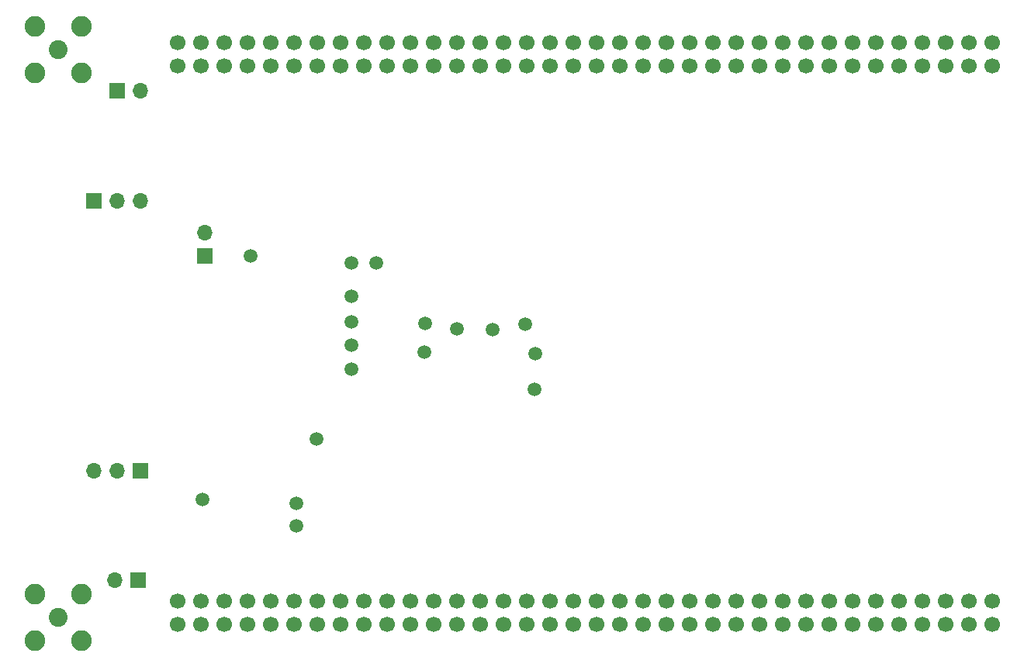
<source format=gbs>
G04 #@! TF.GenerationSoftware,KiCad,Pcbnew,6.0.6-3a73a75311~116~ubuntu20.04.1*
G04 #@! TF.CreationDate,2022-07-28T18:37:22+02:00*
G04 #@! TF.ProjectId,H7DDCADC,48374444-4341-4444-932e-6b696361645f,initial*
G04 #@! TF.SameCoordinates,Original*
G04 #@! TF.FileFunction,Soldermask,Bot*
G04 #@! TF.FilePolarity,Negative*
%FSLAX46Y46*%
G04 Gerber Fmt 4.6, Leading zero omitted, Abs format (unit mm)*
G04 Created by KiCad (PCBNEW 6.0.6-3a73a75311~116~ubuntu20.04.1) date 2022-07-28 18:37:22*
%MOMM*%
%LPD*%
G01*
G04 APERTURE LIST*
%ADD10C,1.500000*%
%ADD11R,1.700000X1.700000*%
%ADD12O,1.700000X1.700000*%
%ADD13C,1.700000*%
%ADD14C,2.050000*%
%ADD15C,2.250000*%
G04 APERTURE END LIST*
D10*
X117500000Y-110500000D03*
X119700000Y-101000000D03*
D11*
X107500000Y-81000000D03*
D12*
X107500000Y-78460000D03*
D10*
X123500000Y-81800000D03*
X131500000Y-91500000D03*
X123500000Y-93400000D03*
X131600000Y-88400000D03*
X135000000Y-89000000D03*
D13*
X193430000Y-57750000D03*
X193430000Y-60290000D03*
X190890000Y-57750000D03*
X190890000Y-60290000D03*
X188350000Y-57750000D03*
X188350000Y-60290000D03*
X185810000Y-57750000D03*
X185810000Y-60290000D03*
X183270000Y-57750000D03*
X183270000Y-60290000D03*
X180730000Y-57750000D03*
X180730000Y-60290000D03*
X178190000Y-57750000D03*
X178190000Y-60290000D03*
X175650000Y-57750000D03*
X175650000Y-60290000D03*
X173110000Y-57750000D03*
X173110000Y-60290000D03*
X170570000Y-57750000D03*
X170570000Y-60290000D03*
X168030000Y-57750000D03*
X168030000Y-60290000D03*
X165490000Y-57750000D03*
X165490000Y-60290000D03*
X162950000Y-57750000D03*
X162950000Y-60290000D03*
X160410000Y-57750000D03*
X160410000Y-60290000D03*
X157870000Y-57750000D03*
X157870000Y-60290000D03*
X155330000Y-57750000D03*
X155330000Y-60290000D03*
X152790000Y-57750000D03*
X152790000Y-60290000D03*
X150250000Y-57750000D03*
X150250000Y-60290000D03*
X147710000Y-57750000D03*
X147710000Y-60290000D03*
X145170000Y-57750000D03*
X145170000Y-60290000D03*
X142630000Y-57750000D03*
X142630000Y-60290000D03*
X140090000Y-57750000D03*
X140090000Y-60290000D03*
X137550000Y-57750000D03*
X137550000Y-60290000D03*
X135010000Y-57750000D03*
X135010000Y-60290000D03*
X132470000Y-57750000D03*
X132470000Y-60290000D03*
X129930000Y-57750000D03*
X129930000Y-60290000D03*
X127390000Y-57750000D03*
X127390000Y-60290000D03*
X124850000Y-57750000D03*
X124850000Y-60290000D03*
X122310000Y-57750000D03*
X122310000Y-60290000D03*
X119770000Y-57750000D03*
X119770000Y-60290000D03*
X117230000Y-57750000D03*
X117230000Y-60290000D03*
X114690000Y-57750000D03*
X114690000Y-60290000D03*
X112150000Y-57750000D03*
X112150000Y-60290000D03*
X109610000Y-57750000D03*
X109610000Y-60290000D03*
X107070000Y-57750000D03*
X107070000Y-60290000D03*
X104530000Y-57750000D03*
X104530000Y-60290000D03*
X193430000Y-118710000D03*
X193430000Y-121250000D03*
X190890000Y-118710000D03*
X190890000Y-121250000D03*
X188350000Y-118710000D03*
X188350000Y-121250000D03*
X185810000Y-118710000D03*
X185810000Y-121250000D03*
X183270000Y-118710000D03*
X183270000Y-121250000D03*
X180730000Y-118710000D03*
X180730000Y-121250000D03*
X178190000Y-118710000D03*
X178190000Y-121250000D03*
X175650000Y-118710000D03*
X175650000Y-121250000D03*
X173110000Y-118710000D03*
X173110000Y-121250000D03*
X170570000Y-118710000D03*
X170570000Y-121250000D03*
X168030000Y-118710000D03*
X168030000Y-121250000D03*
X165490000Y-118710000D03*
X165490000Y-121250000D03*
X162950000Y-118710000D03*
X162950000Y-121250000D03*
X160410000Y-118710000D03*
X160410000Y-121250000D03*
X157870000Y-118710000D03*
X157870000Y-121250000D03*
X155330000Y-118710000D03*
X155330000Y-121250000D03*
X152790000Y-118710000D03*
X152790000Y-121250000D03*
X150250000Y-118710000D03*
X150250000Y-121250000D03*
X147710000Y-118710000D03*
X147710000Y-121250000D03*
X145170000Y-118710000D03*
X145170000Y-121250000D03*
X142630000Y-118710000D03*
X142630000Y-121250000D03*
X140090000Y-118710000D03*
X140090000Y-121250000D03*
X137550000Y-118710000D03*
X137550000Y-121250000D03*
X135010000Y-118710000D03*
X135010000Y-121250000D03*
X132470000Y-118710000D03*
X132470000Y-121250000D03*
X129930000Y-118710000D03*
X129930000Y-121250000D03*
X127390000Y-118710000D03*
X127390000Y-121250000D03*
X124850000Y-118710000D03*
X124850000Y-121250000D03*
X122310000Y-118710000D03*
X122310000Y-121250000D03*
X119770000Y-118710000D03*
X119770000Y-121250000D03*
X117230000Y-118710000D03*
X117230000Y-121250000D03*
X114690000Y-118710000D03*
X114690000Y-121250000D03*
X112150000Y-118710000D03*
X112150000Y-121250000D03*
X109610000Y-118710000D03*
X109610000Y-121250000D03*
X107070000Y-118710000D03*
X107070000Y-121250000D03*
X104530000Y-118710000D03*
X104530000Y-121250000D03*
D10*
X123500000Y-85400000D03*
D11*
X97925000Y-63000000D03*
D12*
X100465000Y-63000000D03*
D11*
X100275000Y-116420000D03*
D12*
X97735000Y-116420000D03*
D10*
X138900000Y-89100000D03*
X123500000Y-88200000D03*
X112500000Y-81000000D03*
X142500000Y-88500000D03*
X143500000Y-95600000D03*
X123500000Y-90800000D03*
X107300000Y-107600000D03*
D14*
X91500000Y-120500000D03*
D15*
X94040000Y-117960000D03*
X88960000Y-117960000D03*
X94040000Y-123040000D03*
X88960000Y-123040000D03*
D11*
X95460000Y-75040000D03*
D12*
X98000000Y-75040000D03*
X100540000Y-75040000D03*
D10*
X126200000Y-81800000D03*
D14*
X91500000Y-58500000D03*
D15*
X94040000Y-61040000D03*
X88960000Y-61040000D03*
X94040000Y-55960000D03*
X88960000Y-55960000D03*
D11*
X100525000Y-104507500D03*
D12*
X97985000Y-104507500D03*
X95445000Y-104507500D03*
D10*
X143600000Y-91700000D03*
X117500000Y-108000000D03*
M02*

</source>
